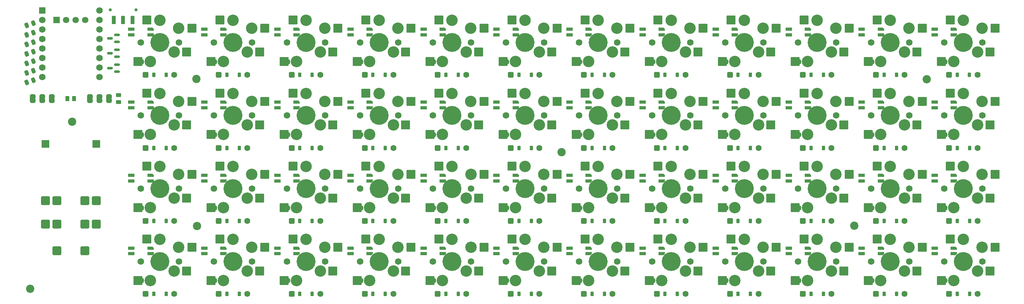
<source format=gbr>
%TF.GenerationSoftware,KiCad,Pcbnew,9.0.2+dfsg-1*%
%TF.CreationDate,2025-11-03T11:46:04-05:00*%
%TF.ProjectId,4x12,34783132-2e6b-4696-9361-645f70636258,rev?*%
%TF.SameCoordinates,Original*%
%TF.FileFunction,Soldermask,Bot*%
%TF.FilePolarity,Negative*%
%FSLAX46Y46*%
G04 Gerber Fmt 4.6, Leading zero omitted, Abs format (unit mm)*
G04 Created by KiCad (PCBNEW 9.0.2+dfsg-1) date 2025-11-03 11:46:04*
%MOMM*%
%LPD*%
G01*
G04 APERTURE LIST*
G04 Aperture macros list*
%AMRoundRect*
0 Rectangle with rounded corners*
0 $1 Rounding radius*
0 $2 $3 $4 $5 $6 $7 $8 $9 X,Y pos of 4 corners*
0 Add a 4 corners polygon primitive as box body*
4,1,4,$2,$3,$4,$5,$6,$7,$8,$9,$2,$3,0*
0 Add four circle primitives for the rounded corners*
1,1,$1+$1,$2,$3*
1,1,$1+$1,$4,$5*
1,1,$1+$1,$6,$7*
1,1,$1+$1,$8,$9*
0 Add four rect primitives between the rounded corners*
20,1,$1+$1,$2,$3,$4,$5,0*
20,1,$1+$1,$4,$5,$6,$7,0*
20,1,$1+$1,$6,$7,$8,$9,0*
20,1,$1+$1,$8,$9,$2,$3,0*%
%AMOutline5P*
0 Free polygon, 5 corners , with rotation*
0 The origin of the aperture is its center*
0 number of corners: always 5*
0 $1 to $10 corner X, Y*
0 $11 Rotation angle, in degrees counterclockwise*
0 create outline with 5 corners*
4,1,5,$1,$2,$3,$4,$5,$6,$7,$8,$9,$10,$1,$2,$11*%
%AMOutline6P*
0 Free polygon, 6 corners , with rotation*
0 The origin of the aperture is its center*
0 number of corners: always 6*
0 $1 to $12 corner X, Y*
0 $13 Rotation angle, in degrees counterclockwise*
0 create outline with 6 corners*
4,1,6,$1,$2,$3,$4,$5,$6,$7,$8,$9,$10,$11,$12,$1,$2,$13*%
%AMOutline7P*
0 Free polygon, 7 corners , with rotation*
0 The origin of the aperture is its center*
0 number of corners: always 7*
0 $1 to $14 corner X, Y*
0 $15 Rotation angle, in degrees counterclockwise*
0 create outline with 7 corners*
4,1,7,$1,$2,$3,$4,$5,$6,$7,$8,$9,$10,$11,$12,$13,$14,$1,$2,$15*%
%AMOutline8P*
0 Free polygon, 8 corners , with rotation*
0 The origin of the aperture is its center*
0 number of corners: always 8*
0 $1 to $16 corner X, Y*
0 $17 Rotation angle, in degrees counterclockwise*
0 create outline with 8 corners*
4,1,8,$1,$2,$3,$4,$5,$6,$7,$8,$9,$10,$11,$12,$13,$14,$15,$16,$1,$2,$17*%
%AMFreePoly0*
4,1,23,0.500000,-0.750000,0.000000,-0.750000,0.000000,-0.745722,-0.065263,-0.745722,-0.191342,-0.711940,-0.304381,-0.646677,-0.396677,-0.554381,-0.461940,-0.441342,-0.495722,-0.315263,-0.495722,-0.250000,-0.500000,-0.250000,-0.500000,0.250000,-0.495722,0.250000,-0.495722,0.315263,-0.461940,0.441342,-0.396677,0.554381,-0.304381,0.646677,-0.191342,0.711940,-0.065263,0.745722,0.000000,0.745722,
0.000000,0.750000,0.500000,0.750000,0.500000,-0.750000,0.500000,-0.750000,$1*%
%AMFreePoly1*
4,1,23,0.000000,0.745722,0.065263,0.745722,0.191342,0.711940,0.304381,0.646677,0.396677,0.554381,0.461940,0.441342,0.495722,0.315263,0.495722,0.250000,0.500000,0.250000,0.500000,-0.250000,0.495722,-0.250000,0.495722,-0.315263,0.461940,-0.441342,0.396677,-0.554381,0.304381,-0.646677,0.191342,-0.711940,0.065263,-0.745722,0.000000,-0.745722,0.000000,-0.750000,-0.500000,-0.750000,
-0.500000,0.750000,0.000000,0.750000,0.000000,0.745722,0.000000,0.745722,$1*%
G04 Aperture macros list end*
%ADD10C,0.000000*%
%ADD11C,1.600000*%
%ADD12C,3.050000*%
%ADD13C,5.050000*%
%ADD14RoundRect,0.240000X-0.959988X-0.960012X0.960012X-0.959988X0.959988X0.960012X-0.960012X0.959988X0*%
%ADD15C,1.750000*%
%ADD16C,4.000000*%
%ADD17RoundRect,0.240000X0.959988X0.960012X-0.960012X0.959988X-0.959988X-0.960012X0.960012X-0.959988X0*%
%ADD18C,2.200000*%
%ADD19RoundRect,0.250000X-0.500003X-0.499997X0.499997X-0.500003X0.500003X0.499997X-0.499997X0.500003X0*%
%ADD20RoundRect,0.225000X-0.225002X-0.374999X0.224998X-0.375001X0.225002X0.374999X-0.224998X0.375001X0*%
%ADD21R,1.700000X1.700000*%
%ADD22C,1.700000*%
%ADD23C,1.752600*%
%ADD24R,1.752600X1.752600*%
%ADD25R,1.700000X0.820000*%
%ADD26Outline5P,-0.850000X0.410000X0.850000X0.410000X0.850000X0.000000X0.440000X-0.410000X-0.850000X-0.410000X0.000000*%
%ADD27Outline5P,-0.850000X0.410000X0.440000X0.410000X0.850000X0.000000X0.850000X-0.410000X-0.850000X-0.410000X0.000000*%
%ADD28RoundRect,0.150000X0.587500X0.150000X-0.587500X0.150000X-0.587500X-0.150000X0.587500X-0.150000X0*%
%ADD29C,0.800000*%
%ADD30RoundRect,0.200000X-0.300000X-0.925000X0.300000X-0.925000X0.300000X0.925000X-0.300000X0.925000X0*%
%ADD31RoundRect,0.228261X-0.821745X-0.821733X0.821733X-0.821745X0.821745X0.821733X-0.821733X0.821745X0*%
%ADD32RoundRect,0.250000X0.092760X0.512642X-0.400578X0.333081X-0.092760X-0.512642X0.400578X-0.333081X0*%
%ADD33RoundRect,0.250000X0.900006X0.899994X-0.899994X0.900006X-0.900006X-0.899994X0.899994X-0.900006X0*%
%ADD34FreePoly0,270.000000*%
%ADD35FreePoly1,270.000000*%
%ADD36RoundRect,0.250000X0.262500X0.450000X-0.262500X0.450000X-0.262500X-0.450000X0.262500X-0.450000X0*%
%ADD37RoundRect,0.250000X-0.450000X0.262500X-0.450000X-0.262500X0.450000X-0.262500X0.450000X0.262500X0*%
G04 APERTURE END LIST*
D10*
%TO.C,REF\u002A\u002A*%
G36*
X38793800Y-67361088D02*
G01*
X37293801Y-67361088D01*
X37293800Y-67061088D01*
X38793799Y-67061088D01*
X38793800Y-67361088D01*
G37*
G36*
X23553800Y-67361089D02*
G01*
X22053801Y-67361089D01*
X22053800Y-67061089D01*
X23553799Y-67061089D01*
X23553800Y-67361089D01*
G37*
G36*
X41333800Y-67361090D02*
G01*
X39833801Y-67361090D01*
X39833800Y-67061090D01*
X41333799Y-67061090D01*
X41333800Y-67361090D01*
G37*
G36*
X21013800Y-67361089D02*
G01*
X19513801Y-67361089D01*
X19513800Y-67061089D01*
X21013799Y-67061089D01*
X21013800Y-67361089D01*
G37*
G36*
X36253802Y-67361089D02*
G01*
X34753803Y-67361089D01*
X34753802Y-67061089D01*
X36253801Y-67061089D01*
X36253802Y-67361089D01*
G37*
G36*
X26093801Y-67361089D02*
G01*
X24593802Y-67361089D01*
X24593801Y-67061089D01*
X26093800Y-67061089D01*
X26093801Y-67361089D01*
G37*
%TD*%
D11*
%TO.C,REF\u002A\u002A*%
X146470370Y-76881528D03*
D12*
X151470223Y-65831474D03*
D13*
X151470302Y-71731468D03*
D12*
X156470244Y-67931397D03*
D14*
X147970228Y-65731522D03*
X159970245Y-67931352D03*
%TD*%
D15*
%TO.C,REF\u002A\u002A*%
X59270574Y-91231405D03*
D12*
X58000601Y-93771438D03*
D16*
X54190571Y-91231476D03*
D12*
X51650632Y-96311521D03*
D15*
X49110568Y-91231547D03*
D17*
X61275602Y-93771395D03*
X48348626Y-96311533D03*
%TD*%
D15*
%TO.C,REF\u002A\u002A*%
X253830090Y-52231435D03*
D12*
X252560117Y-54771468D03*
D16*
X248750087Y-52231506D03*
D12*
X246210148Y-57311551D03*
D15*
X243670084Y-52231577D03*
D17*
X255835118Y-54771425D03*
X242908142Y-57311563D03*
%TD*%
D11*
%TO.C,REF\u002A\u002A*%
X224294155Y-57381566D03*
D12*
X229294008Y-46331512D03*
D13*
X229294087Y-52231506D03*
D12*
X234294029Y-48431435D03*
D14*
X225794013Y-46231560D03*
X237794030Y-48431390D03*
%TD*%
D15*
%TO.C,REF\u002A\u002A*%
X117638305Y-71731397D03*
D12*
X116368332Y-74271430D03*
D16*
X112558302Y-71731468D03*
D12*
X110018363Y-76811513D03*
D15*
X107478299Y-71731539D03*
D17*
X119643333Y-74271387D03*
X106716357Y-76811525D03*
%TD*%
D18*
%TO.C,CiHole1*%
X161202513Y-81500559D03*
%TD*%
D15*
%TO.C,REF\u002A\u002A*%
X59270090Y-52231435D03*
D12*
X58000117Y-54771468D03*
D16*
X54190087Y-52231506D03*
D12*
X51650148Y-57311551D03*
D15*
X49110084Y-52231577D03*
D17*
X61275118Y-54771425D03*
X48348142Y-57311563D03*
%TD*%
D11*
%TO.C,REF\u002A\u002A*%
X185382155Y-57381567D03*
D12*
X190382008Y-46331513D03*
D13*
X190382087Y-52231507D03*
D12*
X195382029Y-48431436D03*
D14*
X186882013Y-46231561D03*
X198882030Y-48431391D03*
%TD*%
D19*
%TO.C,D14*%
X167116439Y-80381508D03*
D20*
X169276433Y-80381490D03*
X172576441Y-80381460D03*
D11*
X174736435Y-80381442D03*
%TD*%
D21*
%TO.C,REF\u002A\u002A*%
X26613801Y-46241089D03*
D22*
X29153801Y-46241089D03*
X31693801Y-46241089D03*
X34233801Y-46241088D03*
%TD*%
D15*
%TO.C,REF\u002A\u002A*%
X195462090Y-52231436D03*
D12*
X194192117Y-54771469D03*
D16*
X190382087Y-52231507D03*
D12*
X187842148Y-57311552D03*
D15*
X185302084Y-52231578D03*
D17*
X197467118Y-54771426D03*
X184540142Y-57311564D03*
%TD*%
D15*
%TO.C,REF\u002A\u002A*%
X156550090Y-52231435D03*
D12*
X155280117Y-54771468D03*
D16*
X151470087Y-52231506D03*
D12*
X148930148Y-57311551D03*
D15*
X146390084Y-52231577D03*
D17*
X158555118Y-54771425D03*
X145628142Y-57311563D03*
%TD*%
D11*
%TO.C,REF\u002A\u002A*%
X68646371Y-76881528D03*
D12*
X73646224Y-65831474D03*
D13*
X73646303Y-71731468D03*
D12*
X78646245Y-67931397D03*
D14*
X70146229Y-65731522D03*
X82146246Y-67931352D03*
%TD*%
D19*
%TO.C,D14*%
X69836200Y-60881507D03*
D20*
X71996194Y-60881489D03*
X75296202Y-60881459D03*
D11*
X77456196Y-60881441D03*
%TD*%
D19*
%TO.C,D14*%
X147660200Y-60881507D03*
D20*
X149820194Y-60881489D03*
X153120202Y-60881459D03*
D11*
X155280196Y-60881441D03*
%TD*%
D15*
%TO.C,REF\u002A\u002A*%
X273286574Y-110687405D03*
D12*
X272016601Y-113227438D03*
D16*
X268206571Y-110687476D03*
D12*
X265666632Y-115767521D03*
D15*
X263126568Y-110687547D03*
D17*
X275291602Y-113227395D03*
X262364626Y-115767533D03*
%TD*%
D11*
%TO.C,REF\u002A\u002A*%
X263206156Y-57381565D03*
D12*
X268206009Y-46331511D03*
D13*
X268206088Y-52231505D03*
D12*
X273206030Y-48431434D03*
D14*
X264706014Y-46231559D03*
X276706031Y-48431389D03*
%TD*%
D11*
%TO.C,REF\u002A\u002A*%
X224294639Y-96381536D03*
D12*
X229294492Y-85331482D03*
D13*
X229294571Y-91231476D03*
D12*
X234294513Y-87431405D03*
D14*
X225794497Y-85231530D03*
X237794514Y-87431360D03*
%TD*%
D18*
%TO.C,CiHole1*%
X63922513Y-61980558D03*
%TD*%
D23*
%TO.C,*%
X38043800Y-48781089D03*
%TD*%
D11*
%TO.C,REF\u002A\u002A*%
X204838155Y-57381565D03*
D12*
X209838008Y-46331511D03*
D13*
X209838087Y-52231505D03*
D12*
X214838029Y-48431434D03*
D14*
X206338013Y-46231559D03*
X218338030Y-48431389D03*
%TD*%
D23*
%TO.C,*%
X38043800Y-46241089D03*
%TD*%
D15*
%TO.C,REF\u002A\u002A*%
X156550305Y-71731397D03*
D12*
X155280332Y-74271430D03*
D16*
X151470302Y-71731468D03*
D12*
X148930363Y-76811513D03*
D15*
X146390299Y-71731539D03*
D17*
X158555333Y-74271387D03*
X145628357Y-76811525D03*
%TD*%
D15*
%TO.C,REF\u002A\u002A*%
X78726306Y-71731397D03*
D12*
X77456333Y-74271430D03*
D16*
X73646303Y-71731468D03*
D12*
X71106364Y-76811513D03*
D15*
X68566300Y-71731539D03*
D17*
X80731334Y-74271387D03*
X67804358Y-76811525D03*
%TD*%
D11*
%TO.C,REF\u002A\u002A*%
X165926155Y-57381567D03*
D12*
X170926008Y-46331513D03*
D13*
X170926087Y-52231507D03*
D12*
X175926029Y-48431436D03*
D14*
X167426013Y-46231561D03*
X179426030Y-48431391D03*
%TD*%
D19*
%TO.C,D14*%
X128204200Y-60881507D03*
D20*
X130364194Y-60881489D03*
X133664202Y-60881459D03*
D11*
X135824196Y-60881441D03*
%TD*%
%TO.C,REF\u002A\u002A*%
X146470639Y-96381536D03*
D12*
X151470492Y-85331482D03*
D13*
X151470571Y-91231476D03*
D12*
X156470513Y-87431405D03*
D14*
X147970497Y-85231530D03*
X159970514Y-87431360D03*
%TD*%
D15*
%TO.C,REF\u002A\u002A*%
X214918305Y-71731397D03*
D12*
X213648332Y-74271430D03*
D16*
X209838302Y-71731468D03*
D12*
X207298363Y-76811513D03*
D15*
X204758299Y-71731539D03*
D17*
X216923333Y-74271387D03*
X203996357Y-76811525D03*
%TD*%
D15*
%TO.C,REF\u002A\u002A*%
X273286091Y-52231434D03*
D12*
X272016118Y-54771467D03*
D16*
X268206088Y-52231505D03*
D12*
X265666149Y-57311550D03*
D15*
X263126085Y-52231576D03*
D17*
X275291119Y-54771424D03*
X262364143Y-57311562D03*
%TD*%
D19*
%TO.C,D14*%
X186572439Y-80381506D03*
D20*
X188732433Y-80381488D03*
X192032441Y-80381458D03*
D11*
X194192435Y-80381440D03*
%TD*%
D15*
%TO.C,REF\u002A\u002A*%
X137094090Y-52231435D03*
D12*
X135824117Y-54771468D03*
D16*
X132014087Y-52231506D03*
D12*
X129474148Y-57311551D03*
D15*
X126934084Y-52231577D03*
D17*
X139099118Y-54771425D03*
X126172142Y-57311563D03*
%TD*%
D11*
%TO.C,REF\u002A\u002A*%
X204838639Y-96381536D03*
D12*
X209838492Y-85331482D03*
D13*
X209838571Y-91231476D03*
D12*
X214838513Y-87431405D03*
D14*
X206338497Y-85231530D03*
X218338514Y-87431360D03*
%TD*%
D19*
%TO.C,D14*%
X50380439Y-80381507D03*
D20*
X52540433Y-80381489D03*
X55840441Y-80381459D03*
D11*
X58000435Y-80381441D03*
%TD*%
D19*
%TO.C,D14*%
X167116653Y-119337513D03*
D20*
X169276647Y-119337495D03*
X172576655Y-119337465D03*
D11*
X174736649Y-119337447D03*
%TD*%
%TO.C,REF\u002A\u002A*%
X49190639Y-115837536D03*
D12*
X54190492Y-104787482D03*
D13*
X54190571Y-110687476D03*
D12*
X59190513Y-106887405D03*
D14*
X50690497Y-104687530D03*
X62690514Y-106887360D03*
%TD*%
D11*
%TO.C,REF\u002A\u002A*%
X146470639Y-115837536D03*
D12*
X151470492Y-104787482D03*
D13*
X151470571Y-110687476D03*
D12*
X156470513Y-106887405D03*
D14*
X147970497Y-104687530D03*
X159970514Y-106887360D03*
%TD*%
D19*
%TO.C,D14*%
X225484200Y-60881507D03*
D20*
X227644194Y-60881489D03*
X230944202Y-60881459D03*
D11*
X233104196Y-60881441D03*
%TD*%
D23*
%TO.C,*%
X38043801Y-56401088D03*
%TD*%
D11*
%TO.C,REF\u002A\u002A*%
X49190370Y-76881528D03*
D12*
X54190223Y-65831474D03*
D13*
X54190302Y-71731468D03*
D12*
X59190244Y-67931397D03*
D14*
X50690228Y-65731522D03*
X62690245Y-67931352D03*
%TD*%
D15*
%TO.C,REF\u002A\u002A*%
X117638574Y-110687405D03*
D12*
X116368601Y-113227438D03*
D16*
X112558571Y-110687476D03*
D12*
X110018632Y-115767521D03*
D15*
X107478568Y-110687547D03*
D17*
X119643602Y-113227395D03*
X106716626Y-115767533D03*
%TD*%
D23*
%TO.C,*%
X38043801Y-53861089D03*
%TD*%
D18*
%TO.C,CiHole1*%
X19622513Y-118040558D03*
%TD*%
D19*
%TO.C,D14*%
X108748652Y-119337513D03*
D20*
X110908646Y-119337495D03*
X114208654Y-119337465D03*
D11*
X116368648Y-119337447D03*
%TD*%
D18*
%TO.C,CiHole1*%
X239202515Y-101170558D03*
%TD*%
D11*
%TO.C,REF\u002A\u002A*%
X165926371Y-76881528D03*
D12*
X170926224Y-65831474D03*
D13*
X170926303Y-71731468D03*
D12*
X175926245Y-67931397D03*
D14*
X167426229Y-65731522D03*
X179426246Y-67931352D03*
%TD*%
D11*
%TO.C,REF\u002A\u002A*%
X204838639Y-115837537D03*
D12*
X209838492Y-104787483D03*
D13*
X209838571Y-110687477D03*
D12*
X214838513Y-106887406D03*
D14*
X206338497Y-104687531D03*
X218338514Y-106887361D03*
%TD*%
D11*
%TO.C,REF\u002A\u002A*%
X204838370Y-76881528D03*
D12*
X209838223Y-65831474D03*
D13*
X209838302Y-71731468D03*
D12*
X214838244Y-67931397D03*
D14*
X206338228Y-65731522D03*
X218338245Y-67931352D03*
%TD*%
D11*
%TO.C,REF\u002A\u002A*%
X243750370Y-76881528D03*
D12*
X248750223Y-65831474D03*
D13*
X248750302Y-71731468D03*
D12*
X253750244Y-67931397D03*
D14*
X245250228Y-65731522D03*
X257250245Y-67931352D03*
%TD*%
D19*
%TO.C,D14*%
X147660440Y-80381507D03*
D20*
X149820434Y-80381489D03*
X153120442Y-80381459D03*
D11*
X155280436Y-80381441D03*
%TD*%
D19*
%TO.C,D14*%
X69836653Y-119337514D03*
D20*
X71996647Y-119337496D03*
X75296655Y-119337466D03*
D11*
X77456649Y-119337448D03*
%TD*%
D24*
%TO.C,*%
X22803800Y-43701089D03*
%TD*%
D23*
%TO.C,*%
X22803801Y-48781088D03*
%TD*%
D19*
%TO.C,D14*%
X108748201Y-60881507D03*
D20*
X110908195Y-60881489D03*
X114208203Y-60881459D03*
D11*
X116368197Y-60881441D03*
%TD*%
D15*
%TO.C,REF\u002A\u002A*%
X98182574Y-110687405D03*
D12*
X96912601Y-113227438D03*
D16*
X93102571Y-110687476D03*
D12*
X90562632Y-115767521D03*
D15*
X88022568Y-110687547D03*
D17*
X100187602Y-113227395D03*
X87260626Y-115767533D03*
%TD*%
D15*
%TO.C,REF\u002A\u002A*%
X214918574Y-91231405D03*
D12*
X213648601Y-93771438D03*
D16*
X209838571Y-91231476D03*
D12*
X207298632Y-96311521D03*
D15*
X204758568Y-91231547D03*
D17*
X216923602Y-93771395D03*
X203996626Y-96311533D03*
%TD*%
D19*
%TO.C,D14*%
X264396439Y-80381507D03*
D20*
X266556433Y-80381489D03*
X269856441Y-80381459D03*
D11*
X272016435Y-80381441D03*
%TD*%
D19*
%TO.C,D14*%
X108748652Y-99881512D03*
D20*
X110908646Y-99881494D03*
X114208654Y-99881464D03*
D11*
X116368648Y-99881446D03*
%TD*%
%TO.C,REF\u002A\u002A*%
X263206370Y-76881528D03*
D12*
X268206223Y-65831474D03*
D13*
X268206302Y-71731468D03*
D12*
X273206244Y-67931397D03*
D14*
X264706228Y-65731522D03*
X276706245Y-67931352D03*
%TD*%
D23*
%TO.C,*%
X22803800Y-53861089D03*
%TD*%
D11*
%TO.C,REF\u002A\u002A*%
X88102370Y-76881528D03*
D12*
X93102223Y-65831474D03*
D13*
X93102302Y-71731468D03*
D12*
X98102244Y-67931397D03*
D14*
X89602228Y-65731522D03*
X101602245Y-67931352D03*
%TD*%
D15*
%TO.C,REF\u002A\u002A*%
X176006090Y-52231436D03*
D12*
X174736117Y-54771469D03*
D16*
X170926087Y-52231507D03*
D12*
X168386148Y-57311552D03*
D15*
X165846084Y-52231578D03*
D17*
X178011118Y-54771426D03*
X165084142Y-57311564D03*
%TD*%
D15*
%TO.C,REF\u002A\u002A*%
X273286574Y-91231405D03*
D12*
X272016601Y-93771438D03*
D16*
X268206571Y-91231476D03*
D12*
X265666632Y-96311521D03*
D15*
X263126568Y-91231547D03*
D17*
X275291602Y-93771395D03*
X262364626Y-96311533D03*
%TD*%
D11*
%TO.C,REF\u002A\u002A*%
X185382640Y-96381536D03*
D12*
X190382493Y-85331482D03*
D13*
X190382572Y-91231476D03*
D12*
X195382514Y-87431405D03*
D14*
X186882498Y-85231530D03*
X198882515Y-87431360D03*
%TD*%
D15*
%TO.C,REF\u002A\u002A*%
X176006574Y-91231405D03*
D12*
X174736601Y-93771438D03*
D16*
X170926571Y-91231476D03*
D12*
X168386632Y-96311521D03*
D15*
X165846568Y-91231547D03*
D17*
X178011602Y-93771395D03*
X165084626Y-96311533D03*
%TD*%
D11*
%TO.C,REF\u002A\u002A*%
X68646639Y-115837536D03*
D12*
X73646492Y-104787482D03*
D13*
X73646571Y-110687476D03*
D12*
X78646513Y-106887405D03*
D14*
X70146497Y-104687530D03*
X82146514Y-106887360D03*
%TD*%
D11*
%TO.C,REF\u002A\u002A*%
X127014639Y-96381535D03*
D12*
X132014492Y-85331481D03*
D13*
X132014571Y-91231475D03*
D12*
X137014513Y-87431404D03*
D14*
X128514497Y-85231529D03*
X140514514Y-87431359D03*
%TD*%
D19*
%TO.C,D14*%
X244940439Y-80381507D03*
D20*
X247100433Y-80381489D03*
X250400441Y-80381459D03*
D11*
X252560435Y-80381441D03*
%TD*%
%TO.C,REF\u002A\u002A*%
X88102155Y-57381566D03*
D12*
X93102008Y-46331512D03*
D13*
X93102087Y-52231506D03*
D12*
X98102029Y-48431435D03*
D14*
X89602013Y-46231560D03*
X101602030Y-48431390D03*
%TD*%
D19*
%TO.C,D14*%
X147660652Y-119337513D03*
D20*
X149820646Y-119337495D03*
X153120654Y-119337465D03*
D11*
X155280648Y-119337447D03*
%TD*%
D15*
%TO.C,REF\u002A\u002A*%
X214918574Y-110687406D03*
D12*
X213648601Y-113227439D03*
D16*
X209838571Y-110687477D03*
D12*
X207298632Y-115767522D03*
D15*
X204758568Y-110687548D03*
D17*
X216923602Y-113227396D03*
X203996626Y-115767534D03*
%TD*%
D11*
%TO.C,REF\u002A\u002A*%
X185382370Y-76881528D03*
D12*
X190382223Y-65831474D03*
D13*
X190382302Y-71731468D03*
D12*
X195382244Y-67931397D03*
D14*
X186882228Y-65731522D03*
X198882245Y-67931352D03*
%TD*%
D19*
%TO.C,D14*%
X167116200Y-60881508D03*
D20*
X169276194Y-60881490D03*
X172576202Y-60881460D03*
D11*
X174736196Y-60881442D03*
%TD*%
D19*
%TO.C,D14*%
X50380653Y-99881513D03*
D20*
X52540647Y-99881495D03*
X55840655Y-99881465D03*
D11*
X58000649Y-99881447D03*
%TD*%
D15*
%TO.C,REF\u002A\u002A*%
X156550574Y-91231405D03*
D12*
X155280601Y-93771438D03*
D16*
X151470571Y-91231476D03*
D12*
X148930632Y-96311521D03*
D15*
X146390568Y-91231547D03*
D17*
X158555602Y-93771395D03*
X145628626Y-96311533D03*
%TD*%
D11*
%TO.C,REF\u002A\u002A*%
X49190155Y-57381566D03*
D12*
X54190008Y-46331512D03*
D13*
X54190087Y-52231506D03*
D12*
X59190029Y-48431435D03*
D14*
X50690013Y-46231560D03*
X62690030Y-48431390D03*
%TD*%
D15*
%TO.C,REF\u002A\u002A*%
X98182305Y-71731397D03*
D12*
X96912332Y-74271430D03*
D16*
X93102302Y-71731468D03*
D12*
X90562363Y-76811513D03*
D15*
X88022299Y-71731539D03*
D17*
X100187333Y-74271387D03*
X87260357Y-76811525D03*
%TD*%
D19*
%TO.C,D14*%
X225484439Y-80381507D03*
D20*
X227644433Y-80381489D03*
X230944441Y-80381459D03*
D11*
X233104435Y-80381441D03*
%TD*%
D19*
%TO.C,D14*%
X89292200Y-60881507D03*
D20*
X91452194Y-60881489D03*
X94752202Y-60881459D03*
D11*
X96912196Y-60881441D03*
%TD*%
D19*
%TO.C,D14*%
X128204652Y-119337513D03*
D20*
X130364646Y-119337495D03*
X133664654Y-119337465D03*
D11*
X135824648Y-119337447D03*
%TD*%
%TO.C,REF\u002A\u002A*%
X68646640Y-96381536D03*
D12*
X73646493Y-85331482D03*
D13*
X73646572Y-91231476D03*
D12*
X78646514Y-87431405D03*
D14*
X70146498Y-85231530D03*
X82146515Y-87431360D03*
%TD*%
D19*
%TO.C,D14*%
X206028652Y-99881513D03*
D20*
X208188646Y-99881495D03*
X211488654Y-99881465D03*
D11*
X213648648Y-99881447D03*
%TD*%
D15*
%TO.C,REF\u002A\u002A*%
X176006574Y-110687405D03*
D12*
X174736601Y-113227438D03*
D16*
X170926571Y-110687476D03*
D12*
X168386632Y-115767521D03*
D15*
X165846568Y-110687547D03*
D17*
X178011602Y-113227395D03*
X165084626Y-115767533D03*
%TD*%
D15*
%TO.C,REF\u002A\u002A*%
X59270305Y-71731397D03*
D12*
X58000332Y-74271430D03*
D16*
X54190302Y-71731468D03*
D12*
X51650363Y-76811513D03*
D15*
X49110299Y-71731539D03*
D17*
X61275333Y-74271387D03*
X48348357Y-76811525D03*
%TD*%
D23*
%TO.C,*%
X22803800Y-51321090D03*
%TD*%
%TO.C,*%
X38043800Y-43701089D03*
%TD*%
D11*
%TO.C,REF\u002A\u002A*%
X165926639Y-115837536D03*
D12*
X170926492Y-104787482D03*
D13*
X170926571Y-110687476D03*
D12*
X175926513Y-106887405D03*
D14*
X167426497Y-104687530D03*
X179426514Y-106887360D03*
%TD*%
D19*
%TO.C,D14*%
X167116653Y-99881513D03*
D20*
X169276647Y-99881495D03*
X172576655Y-99881465D03*
D11*
X174736649Y-99881447D03*
%TD*%
D23*
%TO.C,*%
X22803800Y-58941088D03*
%TD*%
D11*
%TO.C,REF\u002A\u002A*%
X263206639Y-115837536D03*
D12*
X268206492Y-104787482D03*
D13*
X268206571Y-110687476D03*
D12*
X273206513Y-106887405D03*
D14*
X264706497Y-104687530D03*
X276706514Y-106887360D03*
%TD*%
D19*
%TO.C,D14*%
X89292652Y-119337513D03*
D20*
X91452646Y-119337495D03*
X94752654Y-119337465D03*
D11*
X96912648Y-119337447D03*
%TD*%
D15*
%TO.C,REF\u002A\u002A*%
X137094574Y-110687405D03*
D12*
X135824601Y-113227438D03*
D16*
X132014571Y-110687476D03*
D12*
X129474632Y-115767521D03*
D15*
X126934568Y-110687547D03*
D17*
X139099602Y-113227395D03*
X126172626Y-115767533D03*
%TD*%
D19*
%TO.C,D14*%
X128204652Y-99881513D03*
D20*
X130364646Y-99881495D03*
X133664654Y-99881465D03*
D11*
X135824648Y-99881447D03*
%TD*%
D19*
%TO.C,D14*%
X50380652Y-119337513D03*
D20*
X52540646Y-119337495D03*
X55840654Y-119337465D03*
D11*
X58000648Y-119337447D03*
%TD*%
D15*
%TO.C,REF\u002A\u002A*%
X176006306Y-71731397D03*
D12*
X174736333Y-74271430D03*
D16*
X170926303Y-71731468D03*
D12*
X168386364Y-76811513D03*
D15*
X165846300Y-71731539D03*
D17*
X178011334Y-74271387D03*
X165084358Y-76811525D03*
%TD*%
D11*
%TO.C,REF\u002A\u002A*%
X185382640Y-115837536D03*
D12*
X190382493Y-104787482D03*
D13*
X190382572Y-110687476D03*
D12*
X195382514Y-106887405D03*
D14*
X186882498Y-104687530D03*
X198882515Y-106887360D03*
%TD*%
D11*
%TO.C,REF\u002A\u002A*%
X68646155Y-57381566D03*
D12*
X73646008Y-46331512D03*
D13*
X73646087Y-52231506D03*
D12*
X78646029Y-48431435D03*
D14*
X70146013Y-46231560D03*
X82146030Y-48431390D03*
%TD*%
D19*
%TO.C,D14*%
X89292652Y-99881513D03*
D20*
X91452646Y-99881495D03*
X94752654Y-99881465D03*
D11*
X96912648Y-99881447D03*
%TD*%
D15*
%TO.C,REF\u002A\u002A*%
X117638091Y-52231435D03*
D12*
X116368118Y-54771468D03*
D16*
X112558088Y-52231506D03*
D12*
X110018149Y-57311551D03*
D15*
X107478085Y-52231577D03*
D17*
X119643119Y-54771425D03*
X106716143Y-57311563D03*
%TD*%
D19*
%TO.C,D14*%
X244940652Y-119337513D03*
D20*
X247100646Y-119337495D03*
X250400654Y-119337465D03*
D11*
X252560648Y-119337447D03*
%TD*%
D15*
%TO.C,REF\u002A\u002A*%
X137094305Y-71731398D03*
D12*
X135824332Y-74271431D03*
D16*
X132014302Y-71731469D03*
D12*
X129474363Y-76811514D03*
D15*
X126934299Y-71731540D03*
D17*
X139099333Y-74271388D03*
X126172357Y-76811526D03*
%TD*%
D15*
%TO.C,REF\u002A\u002A*%
X98182574Y-91231406D03*
D12*
X96912601Y-93771439D03*
D16*
X93102571Y-91231477D03*
D12*
X90562632Y-96311522D03*
D15*
X88022568Y-91231548D03*
D17*
X100187602Y-93771396D03*
X87260626Y-96311534D03*
%TD*%
D19*
%TO.C,D14*%
X225484652Y-119337513D03*
D20*
X227644646Y-119337495D03*
X230944654Y-119337465D03*
D11*
X233104648Y-119337447D03*
%TD*%
D19*
%TO.C,D14*%
X206028652Y-119337513D03*
D20*
X208188646Y-119337495D03*
X211488654Y-119337465D03*
D11*
X213648648Y-119337447D03*
%TD*%
D19*
%TO.C,D14*%
X186572652Y-119337514D03*
D20*
X188732646Y-119337496D03*
X192032654Y-119337466D03*
D11*
X194192648Y-119337448D03*
%TD*%
D19*
%TO.C,D14*%
X264396200Y-60881507D03*
D20*
X266556194Y-60881489D03*
X269856202Y-60881459D03*
D11*
X272016196Y-60881441D03*
%TD*%
D19*
%TO.C,D14*%
X128204439Y-80381507D03*
D20*
X130364433Y-80381489D03*
X133664441Y-80381459D03*
D11*
X135824435Y-80381441D03*
%TD*%
D23*
%TO.C,*%
X22803800Y-56401089D03*
%TD*%
D15*
%TO.C,REF\u002A\u002A*%
X195462575Y-110687405D03*
D12*
X194192602Y-113227438D03*
D16*
X190382572Y-110687476D03*
D12*
X187842633Y-115767521D03*
D15*
X185302569Y-110687547D03*
D17*
X197467603Y-113227395D03*
X184540627Y-115767533D03*
%TD*%
D15*
%TO.C,REF\u002A\u002A*%
X78726090Y-52231435D03*
D12*
X77456117Y-54771468D03*
D16*
X73646087Y-52231506D03*
D12*
X71106148Y-57311551D03*
D15*
X68566084Y-52231577D03*
D17*
X80731118Y-54771425D03*
X67804142Y-57311563D03*
%TD*%
D15*
%TO.C,REF\u002A\u002A*%
X253830574Y-110687404D03*
D12*
X252560601Y-113227437D03*
D16*
X248750571Y-110687475D03*
D12*
X246210632Y-115767520D03*
D15*
X243670568Y-110687546D03*
D17*
X255835602Y-113227394D03*
X242908626Y-115767532D03*
%TD*%
D11*
%TO.C,REF\u002A\u002A*%
X127014639Y-115837536D03*
D12*
X132014492Y-104787482D03*
D13*
X132014571Y-110687476D03*
D12*
X137014513Y-106887405D03*
D14*
X128514497Y-104687530D03*
X140514514Y-106887360D03*
%TD*%
D15*
%TO.C,REF\u002A\u002A*%
X234374090Y-52231435D03*
D12*
X233104117Y-54771468D03*
D16*
X229294087Y-52231506D03*
D12*
X226754148Y-57311551D03*
D15*
X224214084Y-52231577D03*
D17*
X236379118Y-54771425D03*
X223452142Y-57311563D03*
%TD*%
D15*
%TO.C,REF\u002A\u002A*%
X98182090Y-52231435D03*
D12*
X96912117Y-54771468D03*
D16*
X93102087Y-52231506D03*
D12*
X90562148Y-57311551D03*
D15*
X88022084Y-52231577D03*
D17*
X100187118Y-54771425D03*
X87260142Y-57311563D03*
%TD*%
D11*
%TO.C,REF\u002A\u002A*%
X165926639Y-96381536D03*
D12*
X170926492Y-85331482D03*
D13*
X170926571Y-91231476D03*
D12*
X175926513Y-87431405D03*
D14*
X167426497Y-85231530D03*
X179426514Y-87431360D03*
%TD*%
D11*
%TO.C,REF\u002A\u002A*%
X107558156Y-57381566D03*
D12*
X112558009Y-46331512D03*
D13*
X112558088Y-52231506D03*
D12*
X117558030Y-48431435D03*
D14*
X109058014Y-46231560D03*
X121058031Y-48431390D03*
%TD*%
D15*
%TO.C,REF\u002A\u002A*%
X117638574Y-91231405D03*
D12*
X116368601Y-93771438D03*
D16*
X112558571Y-91231476D03*
D12*
X110018632Y-96311521D03*
D15*
X107478568Y-91231547D03*
D17*
X119643602Y-93771395D03*
X106716626Y-96311533D03*
%TD*%
D23*
%TO.C,*%
X38043800Y-58941089D03*
%TD*%
D15*
%TO.C,REF\u002A\u002A*%
X137094574Y-91231404D03*
D12*
X135824601Y-93771437D03*
D16*
X132014571Y-91231475D03*
D12*
X129474632Y-96311520D03*
D15*
X126934568Y-91231546D03*
D17*
X139099602Y-93771394D03*
X126172626Y-96311532D03*
%TD*%
D15*
%TO.C,REF\u002A\u002A*%
X273286305Y-71731397D03*
D12*
X272016332Y-74271430D03*
D16*
X268206302Y-71731468D03*
D12*
X265666363Y-76811513D03*
D15*
X263126299Y-71731539D03*
D17*
X275291333Y-74271387D03*
X262364357Y-76811525D03*
%TD*%
D11*
%TO.C,REF\u002A\u002A*%
X49190639Y-96381536D03*
D12*
X54190492Y-85331482D03*
D13*
X54190571Y-91231476D03*
D12*
X59190513Y-87431405D03*
D14*
X50690497Y-85231530D03*
X62690514Y-87431360D03*
%TD*%
D23*
%TO.C,*%
X38043800Y-61481090D03*
%TD*%
%TO.C,*%
X22803801Y-61481089D03*
%TD*%
D15*
%TO.C,REF\u002A\u002A*%
X195462575Y-91231405D03*
D12*
X194192602Y-93771438D03*
D16*
X190382572Y-91231476D03*
D12*
X187842633Y-96311521D03*
D15*
X185302569Y-91231547D03*
D17*
X197467603Y-93771395D03*
X184540627Y-96311533D03*
%TD*%
D11*
%TO.C,REF\u002A\u002A*%
X88102639Y-96381537D03*
D12*
X93102492Y-85331483D03*
D13*
X93102571Y-91231477D03*
D12*
X98102513Y-87431406D03*
D14*
X89602497Y-85231531D03*
X101602514Y-87431361D03*
%TD*%
D15*
%TO.C,REF\u002A\u002A*%
X78726575Y-91231405D03*
D12*
X77456602Y-93771438D03*
D16*
X73646572Y-91231476D03*
D12*
X71106633Y-96311521D03*
D15*
X68566569Y-91231547D03*
D17*
X80731603Y-93771395D03*
X67804627Y-96311533D03*
%TD*%
D19*
%TO.C,D14*%
X108748439Y-80381507D03*
D20*
X110908433Y-80381489D03*
X114208441Y-80381459D03*
D11*
X116368435Y-80381441D03*
%TD*%
%TO.C,REF\u002A\u002A*%
X243750639Y-115837535D03*
D12*
X248750492Y-104787481D03*
D13*
X248750571Y-110687475D03*
D12*
X253750513Y-106887404D03*
D14*
X245250497Y-104687529D03*
X257250514Y-106887359D03*
%TD*%
D19*
%TO.C,D14*%
X206028200Y-60881507D03*
D20*
X208188194Y-60881489D03*
X211488202Y-60881459D03*
D11*
X213648196Y-60881441D03*
%TD*%
D18*
%TO.C,CiHole1*%
X64032513Y-101260558D03*
%TD*%
%TO.C,CiHole1*%
X30782514Y-73360558D03*
%TD*%
D15*
%TO.C,REF\u002A\u002A*%
X59270574Y-110687405D03*
D12*
X58000601Y-113227438D03*
D16*
X54190571Y-110687476D03*
D12*
X51650632Y-115767521D03*
D15*
X49110568Y-110687547D03*
D17*
X61275602Y-113227395D03*
X48348626Y-115767533D03*
%TD*%
D11*
%TO.C,REF\u002A\u002A*%
X127014370Y-76881529D03*
D12*
X132014223Y-65831475D03*
D13*
X132014302Y-71731469D03*
D12*
X137014244Y-67931398D03*
D14*
X128514228Y-65731523D03*
X140514245Y-67931353D03*
%TD*%
D19*
%TO.C,D14*%
X264396652Y-119337513D03*
D20*
X266556646Y-119337495D03*
X269856654Y-119337465D03*
D11*
X272016648Y-119337447D03*
%TD*%
%TO.C,REF\u002A\u002A*%
X243750155Y-57381566D03*
D12*
X248750008Y-46331512D03*
D13*
X248750087Y-52231506D03*
D12*
X253750029Y-48431435D03*
D14*
X245250013Y-46231560D03*
X257250030Y-48431390D03*
%TD*%
D15*
%TO.C,REF\u002A\u002A*%
X253830574Y-91231405D03*
D12*
X252560601Y-93771438D03*
D16*
X248750571Y-91231476D03*
D12*
X246210632Y-96311521D03*
D15*
X243670568Y-91231547D03*
D17*
X255835602Y-93771395D03*
X242908626Y-96311533D03*
%TD*%
D19*
%TO.C,D14*%
X264396653Y-99881513D03*
D20*
X266556647Y-99881495D03*
X269856655Y-99881465D03*
D11*
X272016649Y-99881447D03*
%TD*%
%TO.C,REF\u002A\u002A*%
X224294639Y-115837537D03*
D12*
X229294492Y-104787483D03*
D13*
X229294571Y-110687477D03*
D12*
X234294513Y-106887406D03*
D14*
X225794497Y-104687531D03*
X237794514Y-106887361D03*
%TD*%
D15*
%TO.C,REF\u002A\u002A*%
X156550574Y-110687405D03*
D12*
X155280601Y-113227438D03*
D16*
X151470571Y-110687476D03*
D12*
X148930632Y-115767521D03*
D15*
X146390568Y-110687547D03*
D17*
X158555602Y-113227395D03*
X145628626Y-115767533D03*
%TD*%
D19*
%TO.C,D14*%
X186572652Y-99881513D03*
D20*
X188732646Y-99881495D03*
X192032654Y-99881465D03*
D11*
X194192648Y-99881447D03*
%TD*%
%TO.C,REF\u002A\u002A*%
X263206639Y-96381536D03*
D12*
X268206492Y-85331482D03*
D13*
X268206571Y-91231476D03*
D12*
X273206513Y-87431405D03*
D14*
X264706497Y-85231530D03*
X276706514Y-87431360D03*
%TD*%
D19*
%TO.C,D14*%
X69836439Y-80381507D03*
D20*
X71996433Y-80381489D03*
X75296441Y-80381459D03*
D11*
X77456435Y-80381441D03*
%TD*%
%TO.C,REF\u002A\u002A*%
X146470155Y-57381566D03*
D12*
X151470008Y-46331512D03*
D13*
X151470087Y-52231506D03*
D12*
X156470029Y-48431435D03*
D14*
X147970013Y-46231560D03*
X159970030Y-48431390D03*
%TD*%
D19*
%TO.C,D14*%
X225484652Y-99881513D03*
D20*
X227644646Y-99881495D03*
X230944654Y-99881465D03*
D11*
X233104648Y-99881447D03*
%TD*%
%TO.C,REF\u002A\u002A*%
X88102639Y-115837536D03*
D12*
X93102492Y-104787482D03*
D13*
X93102571Y-110687476D03*
D12*
X98102513Y-106887405D03*
D14*
X89602497Y-104687530D03*
X101602514Y-106887360D03*
%TD*%
D15*
%TO.C,REF\u002A\u002A*%
X253830305Y-71731397D03*
D12*
X252560332Y-74271430D03*
D16*
X248750302Y-71731468D03*
D12*
X246210363Y-76811513D03*
D15*
X243670299Y-71731539D03*
D17*
X255835333Y-74271387D03*
X242908357Y-76811525D03*
%TD*%
D19*
%TO.C,D14*%
X186572200Y-60881508D03*
D20*
X188732194Y-60881490D03*
X192032202Y-60881460D03*
D11*
X194192196Y-60881442D03*
%TD*%
D15*
%TO.C,REF\u002A\u002A*%
X214918090Y-52231434D03*
D12*
X213648117Y-54771467D03*
D16*
X209838087Y-52231505D03*
D12*
X207298148Y-57311550D03*
D15*
X204758084Y-52231576D03*
D17*
X216923118Y-54771424D03*
X203996142Y-57311562D03*
%TD*%
D15*
%TO.C,REF\u002A\u002A*%
X234374307Y-71731397D03*
D12*
X233104334Y-74271430D03*
D16*
X229294304Y-71731468D03*
D12*
X226754365Y-76811513D03*
D15*
X224214301Y-71731539D03*
D17*
X236379335Y-74271387D03*
X223452359Y-76811525D03*
%TD*%
D23*
%TO.C,*%
X22803800Y-46241089D03*
%TD*%
D15*
%TO.C,REF\u002A\u002A*%
X195462305Y-71731397D03*
D12*
X194192332Y-74271430D03*
D16*
X190382302Y-71731468D03*
D12*
X187842363Y-76811513D03*
D15*
X185302299Y-71731539D03*
D17*
X197467333Y-74271387D03*
X184540357Y-76811525D03*
%TD*%
D19*
%TO.C,D14*%
X147660652Y-99881513D03*
D20*
X149820646Y-99881495D03*
X153120654Y-99881465D03*
D11*
X155280648Y-99881447D03*
%TD*%
D19*
%TO.C,D14*%
X206028440Y-80381506D03*
D20*
X208188434Y-80381488D03*
X211488442Y-80381458D03*
D11*
X213648436Y-80381440D03*
%TD*%
D23*
%TO.C,*%
X38043800Y-51321089D03*
%TD*%
D19*
%TO.C,D14*%
X244940652Y-99881513D03*
D20*
X247100646Y-99881495D03*
X250400654Y-99881465D03*
D11*
X252560648Y-99881447D03*
%TD*%
D15*
%TO.C,REF\u002A\u002A*%
X234374574Y-110687406D03*
D12*
X233104601Y-113227439D03*
D16*
X229294571Y-110687477D03*
D12*
X226754632Y-115767522D03*
D15*
X224214568Y-110687548D03*
D17*
X236379602Y-113227396D03*
X223452626Y-115767534D03*
%TD*%
D19*
%TO.C,D14*%
X69836652Y-99881514D03*
D20*
X71996646Y-99881496D03*
X75296654Y-99881466D03*
D11*
X77456648Y-99881448D03*
%TD*%
%TO.C,REF\u002A\u002A*%
X107558639Y-96381536D03*
D12*
X112558492Y-85331482D03*
D13*
X112558571Y-91231476D03*
D12*
X117558513Y-87431405D03*
D14*
X109058497Y-85231530D03*
X121058514Y-87431360D03*
%TD*%
D11*
%TO.C,REF\u002A\u002A*%
X224294372Y-76881528D03*
D12*
X229294225Y-65831474D03*
D13*
X229294304Y-71731468D03*
D12*
X234294246Y-67931397D03*
D14*
X225794230Y-65731522D03*
X237794247Y-67931352D03*
%TD*%
D11*
%TO.C,REF\u002A\u002A*%
X107558370Y-76881528D03*
D12*
X112558223Y-65831474D03*
D13*
X112558302Y-71731468D03*
D12*
X117558244Y-67931397D03*
D14*
X109058228Y-65731522D03*
X121058245Y-67931352D03*
%TD*%
D11*
%TO.C,REF\u002A\u002A*%
X127014155Y-57381566D03*
D12*
X132014008Y-46331512D03*
D13*
X132014087Y-52231506D03*
D12*
X137014029Y-48431435D03*
D14*
X128514013Y-46231560D03*
X140514030Y-48431390D03*
%TD*%
D15*
%TO.C,REF\u002A\u002A*%
X234374574Y-91231405D03*
D12*
X233104601Y-93771438D03*
D16*
X229294571Y-91231476D03*
D12*
X226754632Y-96311521D03*
D15*
X224214568Y-91231547D03*
D17*
X236379602Y-93771395D03*
X223452626Y-96311533D03*
%TD*%
D19*
%TO.C,D14*%
X89292439Y-80381507D03*
D20*
X91452433Y-80381489D03*
X94752441Y-80381459D03*
D11*
X96912435Y-80381441D03*
%TD*%
%TO.C,REF\u002A\u002A*%
X107558639Y-115837536D03*
D12*
X112558492Y-104787482D03*
D13*
X112558571Y-110687476D03*
D12*
X117558513Y-106887405D03*
D14*
X109058497Y-104687530D03*
X121058514Y-106887360D03*
%TD*%
D15*
%TO.C,REF\u002A\u002A*%
X78726574Y-110687405D03*
D12*
X77456601Y-113227438D03*
D16*
X73646571Y-110687476D03*
D12*
X71106632Y-115767521D03*
D15*
X68566568Y-110687547D03*
D17*
X80731602Y-113227395D03*
X67804626Y-115767533D03*
%TD*%
D19*
%TO.C,D14*%
X244940200Y-60881507D03*
D20*
X247100194Y-60881489D03*
X250400202Y-60881459D03*
D11*
X252560196Y-60881441D03*
%TD*%
%TO.C,REF\u002A\u002A*%
X243750639Y-96381536D03*
D12*
X248750492Y-85331482D03*
D13*
X248750571Y-91231476D03*
D12*
X253750513Y-87431405D03*
D14*
X245250497Y-85231530D03*
X257250514Y-87431360D03*
%TD*%
D18*
%TO.C,CiHole1*%
X258492513Y-62010558D03*
%TD*%
D19*
%TO.C,D14*%
X50380200Y-60881507D03*
D20*
X52540194Y-60881489D03*
X55840202Y-60881459D03*
D11*
X58000196Y-60881441D03*
%TD*%
D25*
%TO.C,REF\u002A\u002A*%
X241142513Y-87679547D03*
X241142513Y-89179547D03*
D26*
X246242513Y-89179547D03*
D27*
X246242513Y-87679547D03*
%TD*%
D25*
%TO.C,REF\u002A\u002A*%
X202230030Y-48679608D03*
X202230030Y-50179608D03*
D26*
X207330030Y-50179608D03*
D27*
X207330030Y-48679608D03*
%TD*%
D28*
%TO.C,REF\u002A\u002A*%
X42760013Y-50150558D03*
X42760013Y-52050558D03*
X40885013Y-51100558D03*
%TD*%
D25*
%TO.C,REF\u002A\u002A*%
X260598028Y-48679577D03*
X260598028Y-50179577D03*
D26*
X265698028Y-50179577D03*
D27*
X265698028Y-48679577D03*
%TD*%
D29*
%TO.C,REF\u002A\u002A*%
X40982517Y-43475549D03*
X47782509Y-43475557D03*
D30*
X41882508Y-46225551D03*
X44382518Y-46225544D03*
X46882501Y-46225555D03*
%TD*%
D25*
%TO.C,REF\u002A\u002A*%
X85494246Y-68179539D03*
X85494246Y-69679539D03*
D26*
X90594246Y-69679539D03*
D27*
X90594246Y-68179539D03*
%TD*%
D25*
%TO.C,REF\u002A\u002A*%
X143862513Y-107135608D03*
X143862513Y-108635608D03*
D26*
X148962513Y-108635608D03*
D27*
X148962513Y-107135608D03*
%TD*%
D25*
%TO.C,REF\u002A\u002A*%
X241142513Y-107135608D03*
X241142513Y-108635608D03*
D26*
X246242513Y-108635608D03*
D27*
X246242513Y-107135608D03*
%TD*%
D25*
%TO.C,REF\u002A\u002A*%
X104950029Y-48679577D03*
X104950029Y-50179577D03*
D26*
X110050029Y-50179577D03*
D27*
X110050029Y-48679577D03*
%TD*%
D25*
%TO.C,REF\u002A\u002A*%
X66038513Y-87679608D03*
X66038513Y-89179608D03*
D26*
X71138513Y-89179608D03*
D27*
X71138513Y-87679608D03*
%TD*%
D11*
%TO.C,*%
X23717525Y-100770501D03*
%TD*%
D31*
%TO.C,REF\u002A\u002A*%
X23717674Y-79280499D03*
%TD*%
D25*
%TO.C,REF\u002A\u002A*%
X260598513Y-87679607D03*
X260598513Y-89179607D03*
D26*
X265698513Y-89179607D03*
D27*
X265698513Y-87679607D03*
%TD*%
D25*
%TO.C,REF\u002A\u002A*%
X124406513Y-107135547D03*
X124406513Y-108635547D03*
D26*
X129506513Y-108635547D03*
D27*
X129506513Y-107135547D03*
%TD*%
D11*
%TO.C,*%
X34212513Y-100770558D03*
%TD*%
D25*
%TO.C,REF\u002A\u002A*%
X241142244Y-68179508D03*
X241142244Y-69679508D03*
D26*
X246242244Y-69679508D03*
D27*
X246242244Y-68179508D03*
%TD*%
D32*
%TO.C,REF\u002A\u002A*%
X20442513Y-54640559D03*
X18727573Y-55264743D03*
%TD*%
D33*
%TO.C,REF\u002A\u002A*%
X23717525Y-100770501D03*
%TD*%
D34*
%TO.C,REF\u002A\u002A*%
X38043800Y-66561088D03*
D35*
X38043800Y-67861088D03*
%TD*%
D33*
%TO.C,REF\u002A\u002A*%
X26722521Y-94510506D03*
%TD*%
%TO.C,REF\u002A\u002A*%
X26727634Y-107835508D03*
%TD*%
D25*
%TO.C,REF\u002A\u002A*%
X182774244Y-68179509D03*
X182774244Y-69679509D03*
D26*
X187874244Y-69679509D03*
D27*
X187874244Y-68179509D03*
%TD*%
D25*
%TO.C,REF\u002A\u002A*%
X202230244Y-68179508D03*
X202230244Y-69679508D03*
D26*
X207330244Y-69679508D03*
D27*
X207330244Y-68179508D03*
%TD*%
D11*
%TO.C,*%
X26722521Y-100770505D03*
%TD*%
D33*
%TO.C,REF\u002A\u002A*%
X23717525Y-94510500D03*
%TD*%
D34*
%TO.C,REF\u002A\u002A*%
X22803800Y-66561089D03*
D35*
X22803800Y-67861089D03*
%TD*%
D25*
%TO.C,REF\u002A\u002A*%
X124406029Y-48679608D03*
X124406029Y-50179608D03*
D26*
X129506029Y-50179608D03*
D27*
X129506029Y-48679608D03*
%TD*%
D25*
%TO.C,REF\u002A\u002A*%
X46582514Y-87679547D03*
X46582514Y-89179547D03*
D26*
X51682514Y-89179547D03*
D27*
X51682514Y-87679547D03*
%TD*%
D25*
%TO.C,REF\u002A\u002A*%
X124406513Y-87679547D03*
X124406513Y-89179547D03*
D26*
X129506513Y-89179547D03*
D27*
X129506513Y-87679547D03*
%TD*%
D32*
%TO.C,REF\u002A\u002A*%
X20442513Y-57180559D03*
X18727573Y-57804743D03*
%TD*%
D25*
%TO.C,REF\u002A\u002A*%
X163318513Y-107135607D03*
X163318513Y-108635607D03*
D26*
X168418513Y-108635607D03*
D27*
X168418513Y-107135607D03*
%TD*%
D33*
%TO.C,REF\u002A\u002A*%
X34212513Y-94510559D03*
%TD*%
D25*
%TO.C,REF\u002A\u002A*%
X182774513Y-107135547D03*
X182774513Y-108635547D03*
D26*
X187874513Y-108635547D03*
D27*
X187874513Y-107135547D03*
%TD*%
D25*
%TO.C,REF\u002A\u002A*%
X104950244Y-68179508D03*
X104950244Y-69679508D03*
D26*
X110050244Y-69679508D03*
D27*
X110050244Y-68179508D03*
%TD*%
D25*
%TO.C,REF\u002A\u002A*%
X221686513Y-107135547D03*
X221686513Y-108635547D03*
D26*
X226786513Y-108635547D03*
D27*
X226786513Y-107135547D03*
%TD*%
D11*
%TO.C,*%
X23717525Y-94510500D03*
%TD*%
%TO.C,*%
X37217529Y-100770592D03*
%TD*%
D32*
%TO.C,REF\u002A\u002A*%
X20442513Y-47020559D03*
X18727573Y-47644743D03*
%TD*%
D25*
%TO.C,REF\u002A\u002A*%
X221686244Y-68179507D03*
X221686244Y-69679507D03*
D26*
X226786244Y-69679507D03*
D27*
X226786244Y-68179507D03*
%TD*%
D33*
%TO.C,REF\u002A\u002A*%
X37217529Y-94510593D03*
%TD*%
D25*
%TO.C,REF\u002A\u002A*%
X260598244Y-68179508D03*
X260598244Y-69679508D03*
D26*
X265698244Y-69679508D03*
D27*
X265698244Y-68179508D03*
%TD*%
D25*
%TO.C,REF\u002A\u002A*%
X163318029Y-48679608D03*
X163318029Y-50179608D03*
D26*
X168418029Y-50179608D03*
D27*
X168418029Y-48679608D03*
%TD*%
D34*
%TO.C,REF\u002A\u002A*%
X40583800Y-66561090D03*
D35*
X40583800Y-67861090D03*
%TD*%
D32*
%TO.C,REF\u002A\u002A*%
X20442513Y-49560559D03*
X18727573Y-50184743D03*
%TD*%
D25*
%TO.C,REF\u002A\u002A*%
X163318512Y-87679547D03*
X163318512Y-89179547D03*
D26*
X168418512Y-89179547D03*
D27*
X168418512Y-87679547D03*
%TD*%
D31*
%TO.C,REF\u002A\u002A*%
X37217678Y-79280576D03*
%TD*%
D32*
%TO.C,REF\u002A\u002A*%
X20442512Y-59720559D03*
X18727572Y-60344743D03*
%TD*%
D25*
%TO.C,REF\u002A\u002A*%
X182774513Y-87679547D03*
X182774513Y-89179547D03*
D26*
X187874513Y-89179547D03*
D27*
X187874513Y-87679547D03*
%TD*%
D36*
%TO.C,REF\u002A\u002A*%
X31336300Y-67211088D03*
X29511300Y-67211090D03*
%TD*%
D25*
%TO.C,REF\u002A\u002A*%
X85494029Y-48679577D03*
X85494029Y-50179577D03*
D26*
X90594029Y-50179577D03*
D27*
X90594029Y-48679577D03*
%TD*%
D11*
%TO.C,*%
X26722521Y-94510506D03*
%TD*%
%TO.C,*%
X37217678Y-79280576D03*
%TD*%
D33*
%TO.C,REF\u002A\u002A*%
X34212513Y-100770558D03*
%TD*%
D25*
%TO.C,REF\u002A\u002A*%
X104950514Y-107135608D03*
X104950514Y-108635608D03*
D26*
X110050514Y-108635608D03*
D27*
X110050514Y-107135608D03*
%TD*%
D25*
%TO.C,REF\u002A\u002A*%
X221686513Y-87679547D03*
X221686513Y-89179547D03*
D26*
X226786513Y-89179547D03*
D27*
X226786513Y-87679547D03*
%TD*%
D25*
%TO.C,REF\u002A\u002A*%
X221686029Y-48679608D03*
X221686029Y-50179608D03*
D26*
X226786029Y-50179608D03*
D27*
X226786029Y-48679608D03*
%TD*%
D25*
%TO.C,REF\u002A\u002A*%
X124406244Y-68179539D03*
X124406244Y-69679539D03*
D26*
X129506244Y-69679539D03*
D27*
X129506244Y-68179539D03*
%TD*%
D34*
%TO.C,REF\u002A\u002A*%
X20263800Y-66561089D03*
D35*
X20263800Y-67861089D03*
%TD*%
D11*
%TO.C,*%
X26727634Y-107835508D03*
%TD*%
D34*
%TO.C,REF\u002A\u002A*%
X35503802Y-66561089D03*
D35*
X35503802Y-67861089D03*
%TD*%
D25*
%TO.C,REF\u002A\u002A*%
X46582513Y-107135558D03*
X46582513Y-108635558D03*
D26*
X51682513Y-108635558D03*
D27*
X51682513Y-107135558D03*
%TD*%
D25*
%TO.C,REF\u002A\u002A*%
X202230513Y-107135547D03*
X202230513Y-108635547D03*
D26*
X207330513Y-108635547D03*
D27*
X207330513Y-107135547D03*
%TD*%
D25*
%TO.C,REF\u002A\u002A*%
X202230514Y-87679608D03*
X202230514Y-89179608D03*
D26*
X207330514Y-89179608D03*
D27*
X207330514Y-87679608D03*
%TD*%
D25*
%TO.C,REF\u002A\u002A*%
X260598512Y-107135547D03*
X260598512Y-108635547D03*
D26*
X265698512Y-108635547D03*
D27*
X265698512Y-107135547D03*
%TD*%
D25*
%TO.C,REF\u002A\u002A*%
X85494513Y-87679547D03*
X85494513Y-89179547D03*
D26*
X90594513Y-89179547D03*
D27*
X90594513Y-87679547D03*
%TD*%
D25*
%TO.C,REF\u002A\u002A*%
X182774029Y-48679608D03*
X182774029Y-50179608D03*
D26*
X187874029Y-50179608D03*
D27*
X187874029Y-48679608D03*
%TD*%
D25*
%TO.C,REF\u002A\u002A*%
X143862244Y-68179508D03*
X143862244Y-69679508D03*
D26*
X148962244Y-69679508D03*
D27*
X148962244Y-68179508D03*
%TD*%
D11*
%TO.C,*%
X23717674Y-79280499D03*
%TD*%
D25*
%TO.C,REF\u002A\u002A*%
X66038512Y-107135547D03*
X66038512Y-108635547D03*
D26*
X71138512Y-108635547D03*
D27*
X71138512Y-107135547D03*
%TD*%
D32*
%TO.C,REF\u002A\u002A*%
X20442513Y-52100559D03*
X18727573Y-52724743D03*
%TD*%
D33*
%TO.C,REF\u002A\u002A*%
X37217529Y-100770592D03*
%TD*%
D25*
%TO.C,REF\u002A\u002A*%
X143862512Y-87679547D03*
X143862512Y-89179547D03*
D26*
X148962512Y-89179547D03*
D27*
X148962512Y-87679547D03*
%TD*%
D25*
%TO.C,REF\u002A\u002A*%
X143862029Y-48679577D03*
X143862029Y-50179577D03*
D26*
X148962029Y-50179577D03*
D27*
X148962029Y-48679577D03*
%TD*%
D11*
%TO.C,*%
X34217625Y-107835560D03*
%TD*%
D25*
%TO.C,REF\u002A\u002A*%
X104950514Y-87679608D03*
X104950514Y-89179608D03*
D26*
X110050514Y-89179608D03*
D27*
X110050514Y-87679608D03*
%TD*%
D28*
%TO.C,REF\u002A\u002A*%
X42760013Y-54150558D03*
X42760013Y-56050558D03*
X40885013Y-55100558D03*
%TD*%
D33*
%TO.C,REF\u002A\u002A*%
X34217625Y-107835560D03*
%TD*%
D11*
%TO.C,*%
X34212513Y-94510559D03*
%TD*%
D37*
%TO.C,REF\u002A\u002A*%
X43123799Y-66298589D03*
X43123801Y-68123589D03*
%TD*%
D25*
%TO.C,REF\u002A\u002A*%
X163318244Y-68179539D03*
X163318244Y-69679539D03*
D26*
X168418244Y-69679539D03*
D27*
X168418244Y-68179539D03*
%TD*%
D25*
%TO.C,REF\u002A\u002A*%
X46582029Y-48679577D03*
X46582029Y-50179577D03*
D26*
X51682029Y-50179577D03*
D27*
X51682029Y-48679577D03*
%TD*%
D11*
%TO.C,*%
X37217529Y-94510593D03*
%TD*%
D28*
%TO.C,REF\u002A\u002A*%
X42760014Y-58150559D03*
X42760014Y-60050559D03*
X40885014Y-59100559D03*
%TD*%
D25*
%TO.C,REF\u002A\u002A*%
X66038244Y-68179539D03*
X66038244Y-69679539D03*
D26*
X71138244Y-69679539D03*
D27*
X71138244Y-68179539D03*
%TD*%
D34*
%TO.C,REF\u002A\u002A*%
X25343801Y-66561089D03*
D35*
X25343801Y-67861089D03*
%TD*%
D25*
%TO.C,REF\u002A\u002A*%
X66038029Y-48679576D03*
X66038029Y-50179576D03*
D26*
X71138029Y-50179576D03*
D27*
X71138029Y-48679576D03*
%TD*%
D32*
%TO.C,REF\u002A\u002A*%
X20442513Y-62260559D03*
X18727573Y-62884743D03*
%TD*%
D33*
%TO.C,REF\u002A\u002A*%
X26722521Y-100770505D03*
%TD*%
D25*
%TO.C,REF\u002A\u002A*%
X85494513Y-107135608D03*
X85494513Y-108635608D03*
D26*
X90594513Y-108635608D03*
D27*
X90594513Y-107135608D03*
%TD*%
D25*
%TO.C,REF\u002A\u002A*%
X241142029Y-48679578D03*
X241142029Y-50179578D03*
D26*
X246242029Y-50179578D03*
D27*
X246242029Y-48679578D03*
%TD*%
D25*
%TO.C,REF\u002A\u002A*%
X46582244Y-68179508D03*
X46582244Y-69679508D03*
D26*
X51682244Y-69679508D03*
D27*
X51682244Y-68179508D03*
%TD*%
M02*

</source>
